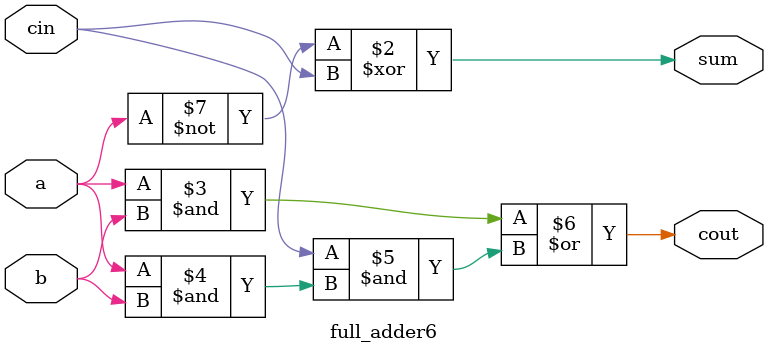
<source format=v>
module full_adder6(a,b,cin,sum,cout);
input a,b,cin;
output sum,cout;
assign sum = a^1'b1^cin;
assign cout = a&b|cin&(a&b); 
// initial begin
//     $display("The incorrect adder with xor0 having in2/1");
// end   
endmodule
</source>
